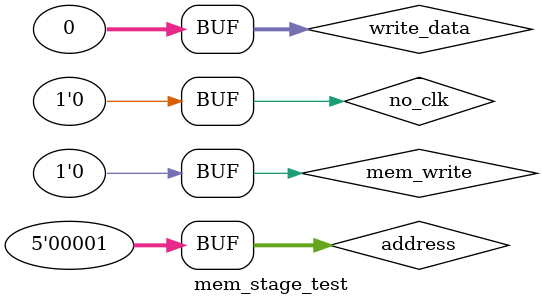
<source format=v>
`timescale 1ns / 1ps


module mem_stage_test;

	// Inputs
	reg no_clk;
	reg mem_write;
	reg [4:0] address;
	reg [31:0] write_data;

	// Outputs
	wire [31:0] data_out;

	// Instantiate the Unit Under Test (UUT)
	mem_stage uut (
		.no_clk(no_clk),
		.mem_write(mem_write), 
		.address(address), 
		.write_data(write_data), 
		.data_out(data_out)
	);

	initial begin
		// Initialize Inputs
		no_clk = 0;
		mem_write = 0;
		address = 1;
		write_data = 0;

		// Wait 100 ns for global reset to finish
		#100;
      no_clk = 1;
		mem_write = 0;
		address = 2;
		write_data = 0; 
		
		#100;
      no_clk = 0;
		mem_write = 0;
		address = 1;
		write_data = 0;
		
		#100;
		// Add stimulus here

	end
      
endmodule


</source>
